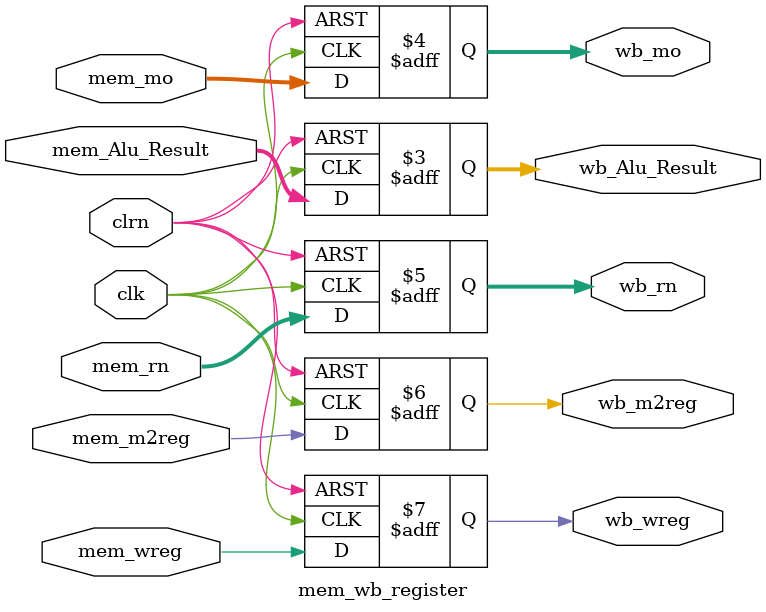
<source format=v>
`timescale 1ns / 1ps
module mem_wb_register(mem_Alu_Result,mem_m2reg,mem_wreg,mem_rn,mem_mo
    ,clk,clrn,wb_Alu_Result,wb_m2reg,wb_wreg,wb_rn,wb_mo);
input [31:0] mem_Alu_Result,mem_mo;
input mem_m2reg,mem_wreg;
input [4:0] mem_rn;
input clrn,clk;
output [31:0] wb_Alu_Result,wb_mo;
output [4:0]wb_rn;
output wb_m2reg,wb_wreg;
reg [31:0] wb_Alu_Result,wb_mo;
reg [4:0]wb_rn;
reg wb_m2reg,wb_wreg;
always @(posedge clk or negedge clrn)
		 if(clrn == 0)
			 begin
				 wb_Alu_Result<=0;
				 wb_mo<=0;
				 wb_rn<=0;
				 wb_m2reg<=0;
				 wb_wreg<=0;
			 end
		 else
			begin
			    wb_Alu_Result<=mem_Alu_Result;
				 wb_mo<=mem_mo;
				 wb_rn<=mem_rn;
				 wb_m2reg<=mem_m2reg;
				 wb_wreg<=mem_wreg;
			end
endmodule

</source>
